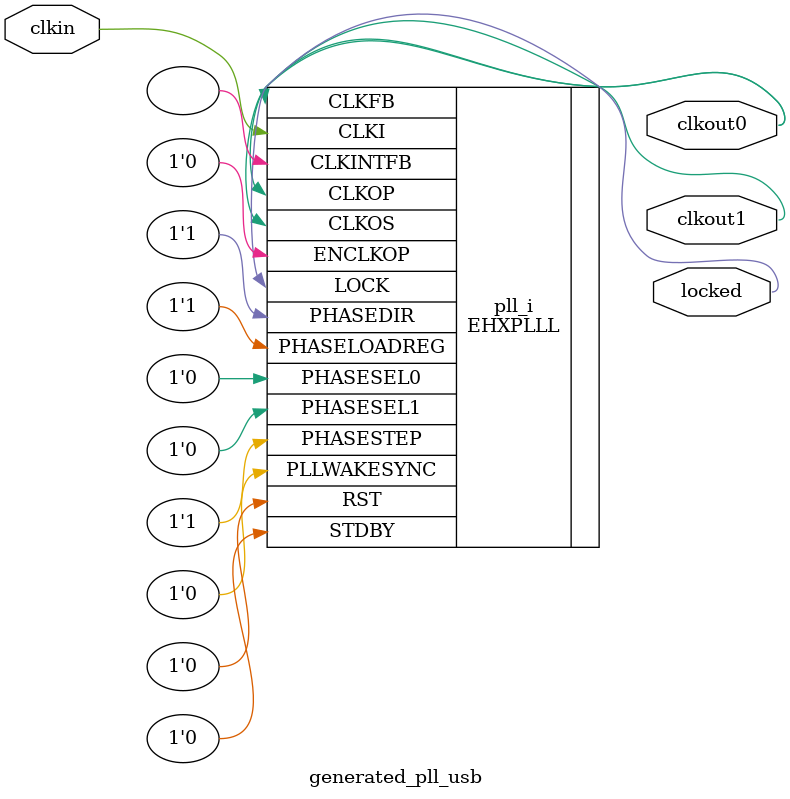
<source format=v>

module generated_pll_usb
(
    input clkin, // 25 MHz, 0 deg
    output clkout0, // 60 MHz, 0 deg
    output clkout1, // 6 MHz, 0 deg
    output locked
);
(* FREQUENCY_PIN_CLKI="25" *)
(* FREQUENCY_PIN_CLKOP="60" *)
(* FREQUENCY_PIN_CLKOS="6" *)
(* ICP_CURRENT="12" *) (* LPF_RESISTOR="8" *) (* MFG_ENABLE_FILTEROPAMP="1" *) (* MFG_GMCREF_SEL="2" *)
EHXPLLL #(
        .PLLRST_ENA("DISABLED"),
        .INTFB_WAKE("DISABLED"),
        .STDBY_ENABLE("DISABLED"),
        .DPHASE_SOURCE("DISABLED"),
        .OUTDIVIDER_MUXA("DIVA"),
        .OUTDIVIDER_MUXB("DIVB"),
        .OUTDIVIDER_MUXC("DIVC"),
        .OUTDIVIDER_MUXD("DIVD"),
        .CLKI_DIV(5),
        .CLKOP_ENABLE("ENABLED"),
        .CLKOP_DIV(10),
        .CLKOP_CPHASE(4),
        .CLKOP_FPHASE(0),
        .CLKOS_ENABLE("ENABLED"),
        .CLKOS_DIV(100),
        .CLKOS_CPHASE(4),
        .CLKOS_FPHASE(0),
        .FEEDBK_PATH("CLKOP"),
        .CLKFB_DIV(12)
    ) pll_i (
        .RST(1'b0),
        .STDBY(1'b0),
        .CLKI(clkin),
        .CLKOP(clkout0),
        .CLKOS(clkout1),
        .CLKFB(clkout0),
        .CLKINTFB(),
        .PHASESEL0(1'b0),
        .PHASESEL1(1'b0),
        .PHASEDIR(1'b1),
        .PHASESTEP(1'b1),
        .PHASELOADREG(1'b1),
        .PLLWAKESYNC(1'b0),
        .ENCLKOP(1'b0),
        .LOCK(locked)
	);
endmodule

</source>
